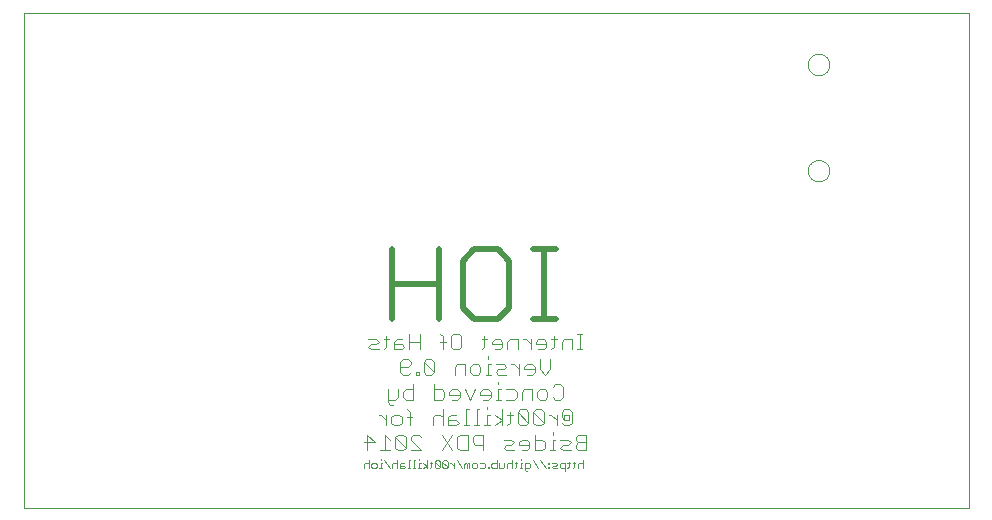
<source format=gbo>
G75*
%MOIN*%
%OFA0B0*%
%FSLAX24Y24*%
%IPPOS*%
%LPD*%
%AMOC8*
5,1,8,0,0,1.08239X$1,22.5*
%
%ADD10C,0.0000*%
%ADD11C,0.0200*%
%ADD12C,0.0040*%
%ADD13C,0.0020*%
D10*
X000625Y002101D02*
X000625Y018601D01*
X032125Y018601D01*
X032125Y002101D01*
X000625Y002101D01*
X026770Y013331D02*
X026772Y013368D01*
X026778Y013405D01*
X026787Y013441D01*
X026801Y013475D01*
X026818Y013508D01*
X026838Y013540D01*
X026861Y013569D01*
X026887Y013595D01*
X026916Y013618D01*
X026947Y013638D01*
X026981Y013655D01*
X027015Y013669D01*
X027051Y013678D01*
X027088Y013684D01*
X027125Y013686D01*
X027162Y013684D01*
X027199Y013678D01*
X027235Y013669D01*
X027269Y013655D01*
X027302Y013638D01*
X027334Y013618D01*
X027363Y013595D01*
X027389Y013569D01*
X027412Y013540D01*
X027432Y013509D01*
X027449Y013475D01*
X027463Y013441D01*
X027472Y013405D01*
X027478Y013368D01*
X027480Y013331D01*
X027478Y013294D01*
X027472Y013257D01*
X027463Y013221D01*
X027449Y013187D01*
X027432Y013154D01*
X027412Y013122D01*
X027389Y013093D01*
X027363Y013067D01*
X027334Y013044D01*
X027303Y013024D01*
X027269Y013007D01*
X027235Y012993D01*
X027199Y012984D01*
X027162Y012978D01*
X027125Y012976D01*
X027088Y012978D01*
X027051Y012984D01*
X027015Y012993D01*
X026981Y013007D01*
X026948Y013024D01*
X026916Y013044D01*
X026887Y013067D01*
X026861Y013093D01*
X026838Y013122D01*
X026818Y013153D01*
X026801Y013187D01*
X026787Y013221D01*
X026778Y013257D01*
X026772Y013294D01*
X026770Y013331D01*
X026770Y016871D02*
X026772Y016908D01*
X026778Y016945D01*
X026787Y016981D01*
X026801Y017015D01*
X026818Y017048D01*
X026838Y017080D01*
X026861Y017109D01*
X026887Y017135D01*
X026916Y017158D01*
X026947Y017178D01*
X026981Y017195D01*
X027015Y017209D01*
X027051Y017218D01*
X027088Y017224D01*
X027125Y017226D01*
X027162Y017224D01*
X027199Y017218D01*
X027235Y017209D01*
X027269Y017195D01*
X027302Y017178D01*
X027334Y017158D01*
X027363Y017135D01*
X027389Y017109D01*
X027412Y017080D01*
X027432Y017049D01*
X027449Y017015D01*
X027463Y016981D01*
X027472Y016945D01*
X027478Y016908D01*
X027480Y016871D01*
X027478Y016834D01*
X027472Y016797D01*
X027463Y016761D01*
X027449Y016727D01*
X027432Y016694D01*
X027412Y016662D01*
X027389Y016633D01*
X027363Y016607D01*
X027334Y016584D01*
X027303Y016564D01*
X027269Y016547D01*
X027235Y016533D01*
X027199Y016524D01*
X027162Y016518D01*
X027125Y016516D01*
X027088Y016518D01*
X027051Y016524D01*
X027015Y016533D01*
X026981Y016547D01*
X026948Y016564D01*
X026916Y016584D01*
X026887Y016607D01*
X026861Y016633D01*
X026838Y016662D01*
X026818Y016693D01*
X026801Y016727D01*
X026787Y016761D01*
X026778Y016797D01*
X026772Y016834D01*
X026770Y016871D01*
D11*
X018375Y010718D02*
X017594Y010718D01*
X017985Y010718D02*
X017985Y008376D01*
X018375Y008376D02*
X017594Y008376D01*
X016816Y008766D02*
X016426Y008376D01*
X015645Y008376D01*
X015255Y008766D01*
X015255Y010327D01*
X015645Y010718D01*
X016426Y010718D01*
X016816Y010327D01*
X016816Y008766D01*
X014477Y008376D02*
X014477Y010718D01*
X012916Y010718D02*
X012916Y008376D01*
X012916Y009547D02*
X014477Y009547D01*
D12*
X014519Y007892D02*
X014606Y007805D01*
X014606Y007372D01*
X014861Y007458D02*
X014861Y007805D01*
X014948Y007892D01*
X015121Y007892D01*
X015208Y007805D01*
X015208Y007458D01*
X015121Y007372D01*
X014948Y007372D01*
X014861Y007458D01*
X014693Y007632D02*
X014519Y007632D01*
X013833Y007632D02*
X013486Y007632D01*
X013317Y007458D02*
X013231Y007372D01*
X012971Y007372D01*
X012971Y007632D01*
X013057Y007719D01*
X013231Y007719D01*
X013231Y007545D02*
X012971Y007545D01*
X012802Y007719D02*
X012628Y007719D01*
X012715Y007805D02*
X012715Y007458D01*
X012628Y007372D01*
X012458Y007372D02*
X012198Y007372D01*
X012111Y007458D01*
X012198Y007545D01*
X012371Y007545D01*
X012458Y007632D01*
X012371Y007719D01*
X012111Y007719D01*
X013231Y007545D02*
X013317Y007458D01*
X013486Y007372D02*
X013486Y007892D01*
X013833Y007892D02*
X013833Y007372D01*
X014046Y007052D02*
X013959Y006965D01*
X014306Y006618D01*
X014219Y006532D01*
X014046Y006532D01*
X013959Y006618D01*
X013959Y006965D01*
X014046Y007052D02*
X014219Y007052D01*
X014306Y006965D01*
X014306Y006618D01*
X014303Y006212D02*
X014303Y005692D01*
X014563Y005692D01*
X014650Y005778D01*
X014650Y005952D01*
X014563Y006039D01*
X014303Y006039D01*
X014818Y005952D02*
X014818Y005865D01*
X015165Y005865D01*
X015165Y005778D02*
X015165Y005952D01*
X015078Y006039D01*
X014905Y006039D01*
X014818Y005952D01*
X014905Y005692D02*
X015078Y005692D01*
X015165Y005778D01*
X015334Y006039D02*
X015507Y005692D01*
X015681Y006039D01*
X015850Y005952D02*
X015936Y006039D01*
X016110Y006039D01*
X016196Y005952D01*
X016196Y005778D01*
X016110Y005692D01*
X015936Y005692D01*
X015850Y005865D02*
X016196Y005865D01*
X016367Y005692D02*
X016540Y005692D01*
X016453Y005692D02*
X016453Y006039D01*
X016540Y006039D01*
X016709Y006039D02*
X016969Y006039D01*
X017056Y005952D01*
X017056Y005778D01*
X016969Y005692D01*
X016709Y005692D01*
X017225Y005692D02*
X017225Y005952D01*
X017311Y006039D01*
X017572Y006039D01*
X017572Y005692D01*
X017740Y005778D02*
X017740Y005952D01*
X017827Y006039D01*
X018000Y006039D01*
X018087Y005952D01*
X018087Y005778D01*
X018000Y005692D01*
X017827Y005692D01*
X017740Y005778D01*
X018256Y005778D02*
X018343Y005692D01*
X018516Y005692D01*
X018603Y005778D01*
X018603Y006125D01*
X018516Y006212D01*
X018343Y006212D01*
X018256Y006125D01*
X018000Y006532D02*
X017826Y006705D01*
X017826Y007052D01*
X017571Y006879D02*
X017397Y006879D01*
X017310Y006792D01*
X017310Y006705D01*
X017657Y006705D01*
X017657Y006618D02*
X017657Y006792D01*
X017571Y006879D01*
X017657Y006618D02*
X017571Y006532D01*
X017397Y006532D01*
X017142Y006532D02*
X017142Y006879D01*
X016968Y006879D02*
X016882Y006879D01*
X016968Y006879D02*
X017142Y006705D01*
X016712Y006792D02*
X016625Y006879D01*
X016365Y006879D01*
X016196Y006879D02*
X016110Y006879D01*
X016110Y006532D01*
X016196Y006532D02*
X016023Y006532D01*
X015853Y006618D02*
X015766Y006532D01*
X015592Y006532D01*
X015506Y006618D01*
X015506Y006792D01*
X015592Y006879D01*
X015766Y006879D01*
X015853Y006792D01*
X015853Y006618D01*
X015337Y006532D02*
X015337Y006879D01*
X015077Y006879D01*
X014990Y006792D01*
X014990Y006532D01*
X015850Y005952D02*
X015850Y005865D01*
X016067Y005459D02*
X016067Y005372D01*
X016067Y005199D02*
X016067Y004852D01*
X016154Y004852D02*
X015980Y004852D01*
X015810Y004852D02*
X015636Y004852D01*
X015723Y004852D02*
X015723Y005372D01*
X015810Y005372D01*
X016067Y005199D02*
X016154Y005199D01*
X016323Y005199D02*
X016583Y005025D01*
X016323Y004852D01*
X016583Y004852D02*
X016583Y005372D01*
X016753Y005199D02*
X016927Y005199D01*
X016840Y005285D02*
X016840Y004938D01*
X016753Y004852D01*
X017096Y004938D02*
X017182Y004852D01*
X017356Y004852D01*
X017443Y004938D01*
X017096Y005285D01*
X017096Y004938D01*
X017443Y004938D02*
X017443Y005285D01*
X017356Y005372D01*
X017182Y005372D01*
X017096Y005285D01*
X017611Y005285D02*
X017611Y004938D01*
X017698Y004852D01*
X017872Y004852D01*
X017958Y004938D01*
X017611Y005285D01*
X017698Y005372D01*
X017872Y005372D01*
X017958Y005285D01*
X017958Y004938D01*
X018128Y005199D02*
X018214Y005199D01*
X018388Y005025D01*
X018388Y004852D02*
X018388Y005199D01*
X018557Y005285D02*
X018557Y005112D01*
X018643Y005025D01*
X018643Y005199D01*
X018817Y005199D01*
X018817Y005025D01*
X018643Y005025D01*
X018557Y004938D02*
X018643Y004852D01*
X018817Y004852D01*
X018904Y004938D01*
X018904Y005285D01*
X018817Y005372D01*
X018643Y005372D01*
X018557Y005285D01*
X018258Y004619D02*
X018258Y004532D01*
X018258Y004359D02*
X018258Y004012D01*
X018345Y004012D02*
X018171Y004012D01*
X018001Y004098D02*
X018001Y004272D01*
X017914Y004359D01*
X017654Y004359D01*
X017654Y004532D02*
X017654Y004012D01*
X017914Y004012D01*
X018001Y004098D01*
X018514Y004098D02*
X018600Y004185D01*
X018774Y004185D01*
X018861Y004272D01*
X018774Y004359D01*
X018514Y004359D01*
X018345Y004359D02*
X018258Y004359D01*
X018514Y004098D02*
X018600Y004012D01*
X018861Y004012D01*
X019029Y004098D02*
X019029Y004185D01*
X019116Y004272D01*
X019376Y004272D01*
X019116Y004272D02*
X019029Y004359D01*
X019029Y004445D01*
X019116Y004532D01*
X019376Y004532D01*
X019376Y004012D01*
X019116Y004012D01*
X019029Y004098D01*
X017486Y004098D02*
X017486Y004272D01*
X017399Y004359D01*
X017225Y004359D01*
X017139Y004272D01*
X017139Y004185D01*
X017486Y004185D01*
X017486Y004098D02*
X017399Y004012D01*
X017225Y004012D01*
X016970Y004012D02*
X016710Y004012D01*
X016623Y004098D01*
X016710Y004185D01*
X016883Y004185D01*
X016970Y004272D01*
X016883Y004359D01*
X016623Y004359D01*
X015939Y004532D02*
X015939Y004012D01*
X015939Y004185D02*
X015678Y004185D01*
X015592Y004272D01*
X015592Y004445D01*
X015678Y004532D01*
X015939Y004532D01*
X015423Y004532D02*
X015163Y004532D01*
X015076Y004445D01*
X015076Y004098D01*
X015163Y004012D01*
X015423Y004012D01*
X015423Y004532D01*
X015466Y004852D02*
X015293Y004852D01*
X015379Y004852D02*
X015379Y005372D01*
X015466Y005372D01*
X015035Y005199D02*
X014862Y005199D01*
X014775Y005112D01*
X014775Y004852D01*
X015035Y004852D01*
X015122Y004938D01*
X015035Y005025D01*
X014775Y005025D01*
X014607Y005112D02*
X014520Y005199D01*
X014346Y005199D01*
X014260Y005112D01*
X014260Y004852D01*
X014607Y004852D02*
X014607Y005372D01*
X013618Y005692D02*
X013358Y005692D01*
X013271Y005778D01*
X013271Y005952D01*
X013358Y006039D01*
X013618Y006039D01*
X013618Y006212D02*
X013618Y005692D01*
X013103Y005778D02*
X013016Y005692D01*
X012756Y005692D01*
X012756Y005605D02*
X012842Y005518D01*
X012929Y005518D01*
X012756Y005605D02*
X012756Y006039D01*
X013103Y006039D02*
X013103Y005778D01*
X013402Y005372D02*
X013489Y005285D01*
X013489Y004852D01*
X013232Y004938D02*
X013145Y004852D01*
X012971Y004852D01*
X012885Y004938D01*
X012885Y005112D01*
X012971Y005199D01*
X013145Y005199D01*
X013232Y005112D01*
X013232Y004938D01*
X013402Y005112D02*
X013575Y005112D01*
X012716Y005199D02*
X012716Y004852D01*
X012716Y005025D02*
X012542Y005199D01*
X012456Y005199D01*
X012671Y004532D02*
X012671Y004012D01*
X012498Y004012D02*
X012845Y004012D01*
X013013Y004098D02*
X013100Y004012D01*
X013274Y004012D01*
X013360Y004098D01*
X013013Y004445D01*
X013013Y004098D01*
X013360Y004098D02*
X013360Y004445D01*
X013274Y004532D01*
X013100Y004532D01*
X013013Y004445D01*
X012845Y004359D02*
X012671Y004532D01*
X012329Y004272D02*
X011982Y004272D01*
X012069Y004012D02*
X012069Y004532D01*
X012329Y004272D01*
X013529Y004359D02*
X013529Y004445D01*
X013616Y004532D01*
X013789Y004532D01*
X013876Y004445D01*
X013529Y004359D02*
X013876Y004012D01*
X013529Y004012D01*
X014560Y004012D02*
X014907Y004532D01*
X014560Y004532D02*
X014907Y004012D01*
X016453Y006212D02*
X016453Y006299D01*
X016452Y006532D02*
X016365Y006618D01*
X016452Y006705D01*
X016625Y006705D01*
X016712Y006792D01*
X016712Y006532D02*
X016452Y006532D01*
X016110Y007052D02*
X016110Y007139D01*
X016323Y007372D02*
X016496Y007372D01*
X016583Y007458D01*
X016583Y007632D01*
X016496Y007719D01*
X016323Y007719D01*
X016236Y007632D01*
X016236Y007545D01*
X016583Y007545D01*
X016752Y007632D02*
X016752Y007372D01*
X016752Y007632D02*
X016839Y007719D01*
X017099Y007719D01*
X017099Y007372D01*
X017529Y007372D02*
X017529Y007719D01*
X017529Y007545D02*
X017355Y007719D01*
X017268Y007719D01*
X017697Y007632D02*
X017697Y007545D01*
X018044Y007545D01*
X018044Y007458D02*
X018044Y007632D01*
X017957Y007719D01*
X017784Y007719D01*
X017697Y007632D01*
X017784Y007372D02*
X017957Y007372D01*
X018044Y007458D01*
X018214Y007372D02*
X018301Y007458D01*
X018301Y007805D01*
X018388Y007719D02*
X018214Y007719D01*
X018557Y007632D02*
X018557Y007372D01*
X018557Y007632D02*
X018643Y007719D01*
X018904Y007719D01*
X018904Y007372D01*
X019074Y007372D02*
X019247Y007372D01*
X019161Y007372D02*
X019161Y007892D01*
X019247Y007892D02*
X019074Y007892D01*
X018173Y007052D02*
X018173Y006705D01*
X018000Y006532D01*
X015981Y007458D02*
X015894Y007372D01*
X015981Y007458D02*
X015981Y007805D01*
X016068Y007719D02*
X015894Y007719D01*
X013790Y006618D02*
X013703Y006618D01*
X013703Y006532D01*
X013790Y006532D01*
X013790Y006618D01*
X013532Y006618D02*
X013446Y006532D01*
X013272Y006532D01*
X013185Y006618D01*
X013185Y006965D01*
X013272Y007052D01*
X013446Y007052D01*
X013532Y006965D01*
X013532Y006879D01*
X013446Y006792D01*
X013185Y006792D01*
D13*
X013081Y003673D02*
X013081Y003413D01*
X013165Y003413D02*
X013295Y003413D01*
X013338Y003456D01*
X013295Y003500D01*
X013165Y003500D01*
X013165Y003543D02*
X013165Y003413D01*
X013165Y003543D02*
X013208Y003586D01*
X013295Y003586D01*
X013467Y003673D02*
X013467Y003413D01*
X013510Y003413D02*
X013424Y003413D01*
X013595Y003413D02*
X013682Y003413D01*
X013639Y003413D02*
X013639Y003673D01*
X013682Y003673D01*
X013811Y003673D02*
X013811Y003716D01*
X013811Y003586D02*
X013811Y003413D01*
X013854Y003413D02*
X013767Y003413D01*
X013939Y003413D02*
X014069Y003500D01*
X013939Y003586D01*
X013854Y003586D02*
X013811Y003586D01*
X014069Y003673D02*
X014069Y003413D01*
X014154Y003413D02*
X014197Y003456D01*
X014197Y003630D01*
X014154Y003586D02*
X014241Y003586D01*
X014325Y003630D02*
X014499Y003456D01*
X014455Y003413D01*
X014369Y003413D01*
X014325Y003456D01*
X014325Y003630D01*
X014369Y003673D01*
X014455Y003673D01*
X014499Y003630D01*
X014499Y003456D01*
X014583Y003456D02*
X014626Y003413D01*
X014713Y003413D01*
X014756Y003456D01*
X014583Y003630D01*
X014583Y003456D01*
X014756Y003456D02*
X014756Y003630D01*
X014713Y003673D01*
X014626Y003673D01*
X014583Y003630D01*
X014841Y003586D02*
X014885Y003586D01*
X014971Y003500D01*
X014971Y003586D02*
X014971Y003413D01*
X015229Y003413D02*
X015056Y003673D01*
X015313Y003543D02*
X015313Y003413D01*
X015400Y003413D02*
X015400Y003543D01*
X015357Y003586D01*
X015313Y003543D01*
X015400Y003543D02*
X015444Y003586D01*
X015487Y003586D01*
X015487Y003413D01*
X015571Y003456D02*
X015571Y003543D01*
X015615Y003586D01*
X015701Y003586D01*
X015745Y003543D01*
X015745Y003456D01*
X015701Y003413D01*
X015615Y003413D01*
X015571Y003456D01*
X015829Y003413D02*
X015959Y003413D01*
X016003Y003456D01*
X016003Y003543D01*
X015959Y003586D01*
X015829Y003586D01*
X016088Y003456D02*
X016088Y003413D01*
X016131Y003413D01*
X016131Y003456D01*
X016088Y003456D01*
X016216Y003456D02*
X016216Y003543D01*
X016259Y003586D01*
X016389Y003586D01*
X016474Y003586D02*
X016474Y003413D01*
X016604Y003413D01*
X016647Y003456D01*
X016647Y003586D01*
X016731Y003543D02*
X016775Y003586D01*
X016862Y003586D01*
X016905Y003543D01*
X016990Y003586D02*
X017077Y003586D01*
X017033Y003630D02*
X017033Y003456D01*
X016990Y003413D01*
X016905Y003413D02*
X016905Y003673D01*
X016731Y003543D02*
X016731Y003413D01*
X016389Y003413D02*
X016389Y003673D01*
X016389Y003413D02*
X016259Y003413D01*
X016216Y003456D01*
X017162Y003413D02*
X017249Y003413D01*
X017205Y003413D02*
X017205Y003586D01*
X017249Y003586D01*
X017333Y003586D02*
X017463Y003586D01*
X017507Y003543D01*
X017507Y003456D01*
X017463Y003413D01*
X017333Y003413D01*
X017333Y003369D02*
X017333Y003586D01*
X017205Y003673D02*
X017205Y003716D01*
X017591Y003673D02*
X017764Y003413D01*
X018022Y003413D02*
X017849Y003673D01*
X018108Y003586D02*
X018108Y003543D01*
X018151Y003543D01*
X018151Y003586D01*
X018108Y003586D01*
X018235Y003586D02*
X018366Y003586D01*
X018409Y003543D01*
X018366Y003500D01*
X018279Y003500D01*
X018235Y003456D01*
X018279Y003413D01*
X018409Y003413D01*
X018493Y003456D02*
X018537Y003413D01*
X018667Y003413D01*
X018752Y003413D02*
X018795Y003456D01*
X018795Y003630D01*
X018752Y003586D02*
X018839Y003586D01*
X018924Y003586D02*
X019010Y003586D01*
X018967Y003630D02*
X018967Y003456D01*
X018924Y003413D01*
X019095Y003413D02*
X019095Y003543D01*
X019138Y003586D01*
X019225Y003586D01*
X019268Y003543D01*
X019268Y003673D02*
X019268Y003413D01*
X018667Y003326D02*
X018667Y003586D01*
X018537Y003586D01*
X018493Y003543D01*
X018493Y003456D01*
X018151Y003456D02*
X018151Y003413D01*
X018108Y003413D01*
X018108Y003456D01*
X018151Y003456D01*
X017420Y003326D02*
X017376Y003326D01*
X017333Y003369D01*
X013510Y003673D02*
X013467Y003673D01*
X013081Y003543D02*
X013037Y003586D01*
X012951Y003586D01*
X012907Y003543D01*
X012907Y003413D01*
X012823Y003413D02*
X012649Y003673D01*
X012565Y003586D02*
X012522Y003586D01*
X012522Y003413D01*
X012565Y003413D02*
X012478Y003413D01*
X012393Y003456D02*
X012350Y003413D01*
X012263Y003413D01*
X012220Y003456D01*
X012220Y003543D01*
X012263Y003586D01*
X012350Y003586D01*
X012393Y003543D01*
X012393Y003456D01*
X012522Y003673D02*
X012522Y003716D01*
X012135Y003673D02*
X012135Y003413D01*
X012135Y003543D02*
X012092Y003586D01*
X012005Y003586D01*
X011962Y003543D01*
X011962Y003413D01*
M02*

</source>
